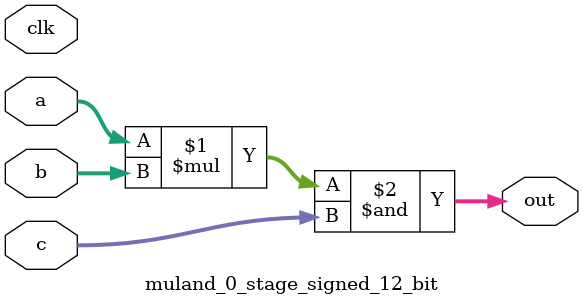
<source format=sv>
(* use_dsp = "yes" *) module muland_0_stage_signed_12_bit(
	input signed [11:0] a,
	input signed [11:0] b,
	input signed [11:0] c,
	output [11:0] out,
	input clk);

	assign out = (a * b) & c;
endmodule

</source>
